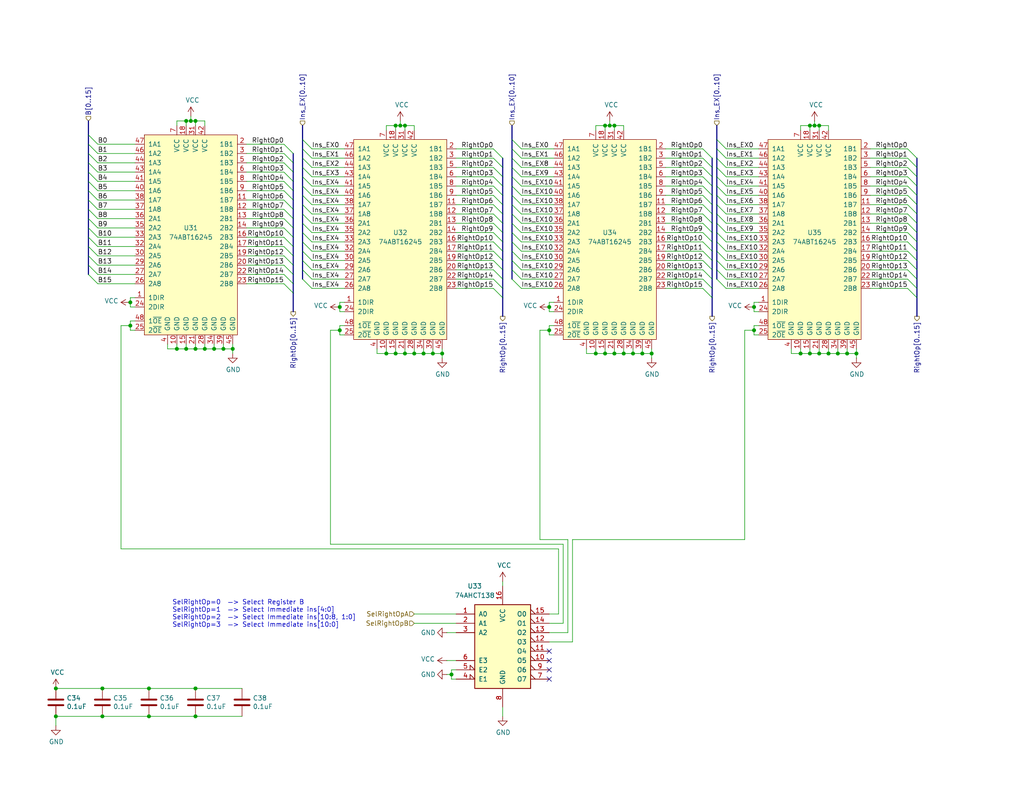
<source format=kicad_sch>
(kicad_sch (version 20250114) (generator "eeschema") (generator_version "9.0")
  (paper "USLetter")
  (title_block (title "Select Right Operand") (date "2025-07-01") (rev "A") (comment 2 "from an immediate value contained in the instruction word.") (comment 3 "The right operand can either take the value from the B port of the register file, or") (comment 4 "Select the right operand to the ALU"))
  (text "SelRightOp=0  —> Select Register B\nSelRightOp=1  —> Select Immediate ins[4:0]\nSelRightOp=2  —> Select Immediate ins[10:8, 1:0]\nSelRightOp=3  —> Select Immediate ins[10:0]" (at 46.99 171.45 0) (effects (font (size 1.27 1.27)) (justify left bottom)))
  (junction (at 231.14 96.52))
  (junction (at 222.25 34.29))
  (junction (at 218.44 96.52))
  (junction (at 109.22 34.29))
  (junction (at 53.34 187.96))
  (junction (at 113.03 96.52))
  (junction (at 58.42 95.25))
  (junction (at 15.24 187.96))
  (junction (at 166.37 34.29))
  (junction (at 226.06 96.52))
  (junction (at 177.8 96.52))
  (junction (at 35.56 82.55))
  (junction (at 15.24 195.58))
  (junction (at 110.49 34.29))
  (junction (at 115.57 96.52))
  (junction (at 220.98 34.29))
  (junction (at 123.19 184.15))
  (junction (at 40.64 187.96))
  (junction (at 60.96 95.25))
  (junction (at 172.72 96.52))
  (junction (at 165.1 34.29))
  (junction (at 53.34 33.02))
  (junction (at 110.49 96.52))
  (junction (at 50.8 33.02))
  (junction (at 120.65 96.52))
  (junction (at 27.94 195.58))
  (junction (at 205.74 83.82))
  (junction (at 27.94 187.96))
  (junction (at 228.6 96.52))
  (junction (at 149.86 90.17))
  (junction (at 167.64 96.52))
  (junction (at 167.64 34.29))
  (junction (at 53.34 195.58))
  (junction (at 162.56 96.52))
  (junction (at 118.11 96.52))
  (junction (at 35.56 88.9))
  (junction (at 63.5 95.25))
  (junction (at 40.64 195.58))
  (junction (at 205.74 90.17))
  (junction (at 165.1 96.52))
  (junction (at 105.41 96.52))
  (junction (at 92.71 83.82))
  (junction (at 48.26 95.25))
  (junction (at 170.18 96.52))
  (junction (at 175.26 96.52))
  (junction (at 52.07 33.02))
  (junction (at 92.71 90.17))
  (junction (at 53.34 95.25))
  (junction (at 107.95 34.29))
  (junction (at 149.86 83.82))
  (junction (at 223.52 96.52))
  (junction (at 233.68 96.52))
  (junction (at 55.88 95.25))
  (junction (at 223.52 34.29))
  (junction (at 220.98 96.52))
  (junction (at 107.95 96.52))
  (junction (at 50.8 95.25))
  (no_connect (at 149.86 177.8))
  (no_connect (at 149.86 185.42))
  (no_connect (at 149.86 180.34))
  (no_connect (at 149.86 182.88))
  (bus_entry (at 24.13 46.99) (size 2.54 2.54))
  (bus_entry (at 198.12 40.64) (size -2.54 -2.54))
  (bus_entry (at 134.62 68.58) (size 2.54 2.54))
  (bus_entry (at 77.47 69.85) (size 2.54 2.54))
  (bus_entry (at 24.13 64.77) (size 2.54 2.54))
  (bus_entry (at 198.12 50.8) (size -2.54 -2.54))
  (bus_entry (at 142.24 76.2) (size -2.54 -2.54))
  (bus_entry (at 24.13 67.31) (size 2.54 2.54))
  (bus_entry (at 85.09 76.2) (size -2.54 -2.54))
  (bus_entry (at 77.47 46.99) (size 2.54 2.54))
  (bus_entry (at 77.47 49.53) (size 2.54 2.54))
  (bus_entry (at 191.77 76.2) (size 2.54 2.54))
  (bus_entry (at 77.47 67.31) (size 2.54 2.54))
  (bus_entry (at 134.62 40.64) (size 2.54 2.54))
  (bus_entry (at 85.09 43.18) (size -2.54 -2.54))
  (bus_entry (at 247.65 43.18) (size 2.54 2.54))
  (bus_entry (at 85.09 63.5) (size -2.54 -2.54))
  (bus_entry (at 85.09 53.34) (size -2.54 -2.54))
  (bus_entry (at 198.12 48.26) (size -2.54 -2.54))
  (bus_entry (at 142.24 55.88) (size -2.54 -2.54))
  (bus_entry (at 198.12 45.72) (size -2.54 -2.54))
  (bus_entry (at 247.65 50.8) (size 2.54 2.54))
  (bus_entry (at 85.09 45.72) (size -2.54 -2.54))
  (bus_entry (at 24.13 52.07) (size 2.54 2.54))
  (bus_entry (at 191.77 73.66) (size 2.54 2.54))
  (bus_entry (at 191.77 63.5) (size 2.54 2.54))
  (bus_entry (at 77.47 41.91) (size 2.54 2.54))
  (bus_entry (at 142.24 68.58) (size -2.54 -2.54))
  (bus_entry (at 247.65 71.12) (size 2.54 2.54))
  (bus_entry (at 191.77 78.74) (size 2.54 2.54))
  (bus_entry (at 85.09 68.58) (size -2.54 -2.54))
  (bus_entry (at 198.12 66.04) (size -2.54 -2.54))
  (bus_entry (at 247.65 48.26) (size 2.54 2.54))
  (bus_entry (at 85.09 78.74) (size -2.54 -2.54))
  (bus_entry (at 191.77 45.72) (size 2.54 2.54))
  (bus_entry (at 24.13 62.23) (size 2.54 2.54))
  (bus_entry (at 142.24 50.8) (size -2.54 -2.54))
  (bus_entry (at 247.65 68.58) (size 2.54 2.54))
  (bus_entry (at 77.47 62.23) (size 2.54 2.54))
  (bus_entry (at 198.12 43.18) (size -2.54 -2.54))
  (bus_entry (at 191.77 48.26) (size 2.54 2.54))
  (bus_entry (at 247.65 58.42) (size 2.54 2.54))
  (bus_entry (at 77.47 64.77) (size 2.54 2.54))
  (bus_entry (at 142.24 78.74) (size -2.54 -2.54))
  (bus_entry (at 191.77 50.8) (size 2.54 2.54))
  (bus_entry (at 191.77 68.58) (size 2.54 2.54))
  (bus_entry (at 77.47 59.69) (size 2.54 2.54))
  (bus_entry (at 247.65 55.88) (size 2.54 2.54))
  (bus_entry (at 247.65 40.64) (size 2.54 2.54))
  (bus_entry (at 134.62 66.04) (size 2.54 2.54))
  (bus_entry (at 191.77 55.88) (size 2.54 2.54))
  (bus_entry (at 24.13 49.53) (size 2.54 2.54))
  (bus_entry (at 191.77 53.34) (size 2.54 2.54))
  (bus_entry (at 134.62 76.2) (size 2.54 2.54))
  (bus_entry (at 77.47 57.15) (size 2.54 2.54))
  (bus_entry (at 198.12 78.74) (size -2.54 -2.54))
  (bus_entry (at 24.13 36.83) (size 2.54 2.54))
  (bus_entry (at 24.13 39.37) (size 2.54 2.54))
  (bus_entry (at 142.24 40.64) (size -2.54 -2.54))
  (bus_entry (at 85.09 71.12) (size -2.54 -2.54))
  (bus_entry (at 134.62 58.42) (size 2.54 2.54))
  (bus_entry (at 134.62 63.5) (size 2.54 2.54))
  (bus_entry (at 134.62 78.74) (size 2.54 2.54))
  (bus_entry (at 198.12 53.34) (size -2.54 -2.54))
  (bus_entry (at 77.47 39.37) (size 2.54 2.54))
  (bus_entry (at 134.62 55.88) (size 2.54 2.54))
  (bus_entry (at 134.62 73.66) (size 2.54 2.54))
  (bus_entry (at 134.62 60.96) (size 2.54 2.54))
  (bus_entry (at 24.13 69.85) (size 2.54 2.54))
  (bus_entry (at 142.24 63.5) (size -2.54 -2.54))
  (bus_entry (at 198.12 55.88) (size -2.54 -2.54))
  (bus_entry (at 142.24 71.12) (size -2.54 -2.54))
  (bus_entry (at 191.77 60.96) (size 2.54 2.54))
  (bus_entry (at 77.47 74.93) (size 2.54 2.54))
  (bus_entry (at 85.09 55.88) (size -2.54 -2.54))
  (bus_entry (at 134.62 50.8) (size 2.54 2.54))
  (bus_entry (at 134.62 45.72) (size 2.54 2.54))
  (bus_entry (at 85.09 73.66) (size -2.54 -2.54))
  (bus_entry (at 134.62 53.34) (size 2.54 2.54))
  (bus_entry (at 198.12 58.42) (size -2.54 -2.54))
  (bus_entry (at 85.09 66.04) (size -2.54 -2.54))
  (bus_entry (at 198.12 63.5) (size -2.54 -2.54))
  (bus_entry (at 24.13 41.91) (size 2.54 2.54))
  (bus_entry (at 247.65 66.04) (size 2.54 2.54))
  (bus_entry (at 85.09 50.8) (size -2.54 -2.54))
  (bus_entry (at 198.12 60.96) (size -2.54 -2.54))
  (bus_entry (at 142.24 60.96) (size -2.54 -2.54))
  (bus_entry (at 198.12 71.12) (size -2.54 -2.54))
  (bus_entry (at 142.24 45.72) (size -2.54 -2.54))
  (bus_entry (at 85.09 48.26) (size -2.54 -2.54))
  (bus_entry (at 142.24 53.34) (size -2.54 -2.54))
  (bus_entry (at 247.65 60.96) (size 2.54 2.54))
  (bus_entry (at 191.77 58.42) (size 2.54 2.54))
  (bus_entry (at 85.09 58.42) (size -2.54 -2.54))
  (bus_entry (at 191.77 71.12) (size 2.54 2.54))
  (bus_entry (at 85.09 40.64) (size -2.54 -2.54))
  (bus_entry (at 198.12 68.58) (size -2.54 -2.54))
  (bus_entry (at 24.13 72.39) (size 2.54 2.54))
  (bus_entry (at 77.47 52.07) (size 2.54 2.54))
  (bus_entry (at 142.24 48.26) (size -2.54 -2.54))
  (bus_entry (at 191.77 43.18) (size 2.54 2.54))
  (bus_entry (at 77.47 44.45) (size 2.54 2.54))
  (bus_entry (at 24.13 44.45) (size 2.54 2.54))
  (bus_entry (at 191.77 40.64) (size 2.54 2.54))
  (bus_entry (at 85.09 60.96) (size -2.54 -2.54))
  (bus_entry (at 142.24 43.18) (size -2.54 -2.54))
  (bus_entry (at 134.62 71.12) (size 2.54 2.54))
  (bus_entry (at 247.65 63.5) (size 2.54 2.54))
  (bus_entry (at 134.62 43.18) (size 2.54 2.54))
  (bus_entry (at 77.47 54.61) (size 2.54 2.54))
  (bus_entry (at 247.65 73.66) (size 2.54 2.54))
  (bus_entry (at 77.47 77.47) (size 2.54 2.54))
  (bus_entry (at 198.12 73.66) (size -2.54 -2.54))
  (bus_entry (at 247.65 78.74) (size 2.54 2.54))
  (bus_entry (at 142.24 58.42) (size -2.54 -2.54))
  (bus_entry (at 142.24 66.04) (size -2.54 -2.54))
  (bus_entry (at 198.12 76.2) (size -2.54 -2.54))
  (bus_entry (at 142.24 73.66) (size -2.54 -2.54))
  (bus_entry (at 24.13 59.69) (size 2.54 2.54))
  (bus_entry (at 77.47 72.39) (size 2.54 2.54))
  (bus_entry (at 247.65 76.2) (size 2.54 2.54))
  (bus_entry (at 191.77 66.04) (size 2.54 2.54))
  (bus_entry (at 24.13 57.15) (size 2.54 2.54))
  (bus_entry (at 247.65 53.34) (size 2.54 2.54))
  (bus_entry (at 24.13 74.93) (size 2.54 2.54))
  (bus_entry (at 24.13 54.61) (size 2.54 2.54))
  (bus_entry (at 134.62 48.26) (size 2.54 2.54))
  (bus_entry (at 247.65 45.72) (size 2.54 2.54))
  (wire (pts (xy 40.64 195.58) (xy 27.94 195.58)))
  (bus (pts (xy 194.31 76.2) (xy 194.31 78.74)))
  (wire (pts (xy 85.09 68.58) (xy 93.98 68.58)))
  (wire (pts (xy 115.57 96.52) (xy 115.57 95.25)))
  (wire (pts (xy 35.56 81.28) (xy 35.56 82.55)))
  (bus (pts (xy 139.7 53.34) (xy 139.7 55.88)))
  (bus (pts (xy 139.7 63.5) (xy 139.7 66.04)))
  (wire (pts (xy 203.2 90.17) (xy 203.2 147.32)))
  (wire (pts (xy 162.56 96.52) (xy 165.1 96.52)))
  (bus (pts (xy 24.13 64.77) (xy 24.13 67.31)))
  (wire (pts (xy 142.24 73.66) (xy 151.13 73.66)))
  (wire (pts (xy 121.92 172.72) (xy 124.46 172.72)))
  (bus (pts (xy 139.7 34.29) (xy 139.7 38.1)))
  (bus (pts (xy 195.58 40.64) (xy 195.58 43.18)))
  (wire (pts (xy 142.24 50.8) (xy 151.13 50.8)))
  (wire (pts (xy 218.44 96.52) (xy 220.98 96.52)))
  (wire (pts (xy 77.47 62.23) (xy 67.31 62.23)))
  (wire (pts (xy 118.11 96.52) (xy 120.65 96.52)))
  (wire (pts (xy 215.9 95.25) (xy 215.9 96.52)))
  (wire (pts (xy 26.67 41.91) (xy 36.83 41.91)))
  (bus (pts (xy 250.19 78.74) (xy 250.19 81.28)))
  (wire (pts (xy 105.41 34.29) (xy 107.95 34.29)))
  (bus (pts (xy 80.01 52.07) (xy 80.01 54.61)))
  (wire (pts (xy 166.37 33.02) (xy 166.37 34.29)))
  (wire (pts (xy 110.49 34.29) (xy 113.03 34.29)))
  (wire (pts (xy 77.47 44.45) (xy 67.31 44.45)))
  (wire (pts (xy 191.77 71.12) (xy 181.61 71.12)))
  (bus (pts (xy 195.58 73.66) (xy 195.58 76.2)))
  (wire (pts (xy 60.96 95.25) (xy 63.5 95.25)))
  (bus (pts (xy 24.13 69.85) (xy 24.13 72.39)))
  (bus (pts (xy 82.55 55.88) (xy 82.55 58.42)))
  (wire (pts (xy 137.16 158.75) (xy 137.16 160.02)))
  (wire (pts (xy 191.77 58.42) (xy 181.61 58.42)))
  (wire (pts (xy 26.67 54.61) (xy 36.83 54.61)))
  (wire (pts (xy 55.88 95.25) (xy 53.34 95.25)))
  (wire (pts (xy 26.67 49.53) (xy 36.83 49.53)))
  (wire (pts (xy 207.01 82.55) (xy 205.74 82.55)))
  (wire (pts (xy 149.86 85.09) (xy 151.13 85.09)))
  (wire (pts (xy 170.18 96.52) (xy 170.18 95.25)))
  (bus (pts (xy 139.7 40.64) (xy 139.7 43.18)))
  (wire (pts (xy 156.21 147.32) (xy 203.2 147.32)))
  (wire (pts (xy 191.77 66.04) (xy 181.61 66.04)))
  (wire (pts (xy 26.67 39.37) (xy 36.83 39.37)))
  (bus (pts (xy 24.13 57.15) (xy 24.13 59.69)))
  (wire (pts (xy 121.92 184.15) (xy 123.19 184.15)))
  (wire (pts (xy 109.22 33.02) (xy 109.22 34.29)))
  (wire (pts (xy 105.41 35.56) (xy 105.41 34.29)))
  (bus (pts (xy 194.31 48.26) (xy 194.31 50.8)))
  (wire (pts (xy 134.62 71.12) (xy 124.46 71.12)))
  (wire (pts (xy 167.64 96.52) (xy 167.64 95.25)))
  (bus (pts (xy 82.55 53.34) (xy 82.55 55.88)))
  (wire (pts (xy 123.19 184.15) (xy 123.19 185.42)))
  (wire (pts (xy 247.65 76.2) (xy 237.49 76.2)))
  (bus (pts (xy 137.16 68.58) (xy 137.16 71.12)))
  (wire (pts (xy 35.56 83.82) (xy 36.83 83.82)))
  (bus (pts (xy 24.13 52.07) (xy 24.13 54.61)))
  (wire (pts (xy 153.67 148.59) (xy 153.67 170.18)))
  (wire (pts (xy 27.94 195.58) (xy 15.24 195.58)))
  (wire (pts (xy 191.77 60.96) (xy 181.61 60.96)))
  (wire (pts (xy 33.02 149.86) (xy 152.4 149.86)))
  (wire (pts (xy 66.04 195.58) (xy 53.34 195.58)))
  (bus (pts (xy 82.55 66.04) (xy 82.55 68.58)))
  (wire (pts (xy 191.77 53.34) (xy 181.61 53.34)))
  (wire (pts (xy 26.67 69.85) (xy 36.83 69.85)))
  (wire (pts (xy 191.77 76.2) (xy 181.61 76.2)))
  (wire (pts (xy 134.62 60.96) (xy 124.46 60.96)))
  (bus (pts (xy 137.16 48.26) (xy 137.16 50.8)))
  (wire (pts (xy 198.12 73.66) (xy 207.01 73.66)))
  (wire (pts (xy 198.12 63.5) (xy 207.01 63.5)))
  (wire (pts (xy 53.34 95.25) (xy 53.34 93.98)))
  (wire (pts (xy 226.06 96.52) (xy 226.06 95.25)))
  (wire (pts (xy 134.62 40.64) (xy 124.46 40.64)))
  (wire (pts (xy 175.26 96.52) (xy 175.26 95.25)))
  (bus (pts (xy 195.58 66.04) (xy 195.58 68.58)))
  (wire (pts (xy 198.12 50.8) (xy 207.01 50.8)))
  (wire (pts (xy 191.77 63.5) (xy 181.61 63.5)))
  (bus (pts (xy 195.58 53.34) (xy 195.58 55.88)))
  (wire (pts (xy 36.83 87.63) (xy 35.56 87.63)))
  (bus (pts (xy 137.16 76.2) (xy 137.16 78.74)))
  (wire (pts (xy 77.47 49.53) (xy 67.31 49.53)))
  (bus (pts (xy 195.58 71.12) (xy 195.58 73.66)))
  (wire (pts (xy 63.5 95.25) (xy 63.5 93.98)))
  (bus (pts (xy 80.01 54.61) (xy 80.01 57.15)))
  (bus (pts (xy 24.13 49.53) (xy 24.13 52.07)))
  (wire (pts (xy 162.56 95.25) (xy 162.56 96.52)))
  (wire (pts (xy 165.1 95.25) (xy 165.1 96.52)))
  (wire (pts (xy 134.62 43.18) (xy 124.46 43.18)))
  (wire (pts (xy 53.34 187.96) (xy 66.04 187.96)))
  (wire (pts (xy 247.65 45.72) (xy 237.49 45.72)))
  (wire (pts (xy 142.24 43.18) (xy 151.13 43.18)))
  (wire (pts (xy 85.09 71.12) (xy 93.98 71.12)))
  (bus (pts (xy 24.13 54.61) (xy 24.13 57.15)))
  (wire (pts (xy 107.95 95.25) (xy 107.95 96.52)))
  (bus (pts (xy 137.16 53.34) (xy 137.16 55.88)))
  (bus (pts (xy 195.58 68.58) (xy 195.58 71.12)))
  (wire (pts (xy 15.24 198.12) (xy 15.24 195.58)))
  (wire (pts (xy 53.34 195.58) (xy 40.64 195.58)))
  (wire (pts (xy 134.62 76.2) (xy 124.46 76.2)))
  (wire (pts (xy 220.98 34.29) (xy 222.25 34.29)))
  (wire (pts (xy 50.8 93.98) (xy 50.8 95.25)))
  (wire (pts (xy 198.12 76.2) (xy 207.01 76.2)))
  (wire (pts (xy 113.03 167.64) (xy 124.46 167.64)))
  (bus (pts (xy 250.19 50.8) (xy 250.19 53.34)))
  (bus (pts (xy 82.55 38.1) (xy 82.55 40.64)))
  (bus (pts (xy 80.01 74.93) (xy 80.01 77.47)))
  (wire (pts (xy 247.65 60.96) (xy 237.49 60.96)))
  (wire (pts (xy 77.47 67.31) (xy 67.31 67.31)))
  (bus (pts (xy 194.31 63.5) (xy 194.31 66.04)))
  (bus (pts (xy 82.55 40.64) (xy 82.55 43.18)))
  (wire (pts (xy 177.8 97.79) (xy 177.8 96.52)))
  (wire (pts (xy 107.95 35.56) (xy 107.95 34.29)))
  (wire (pts (xy 198.12 55.88) (xy 207.01 55.88)))
  (wire (pts (xy 90.17 148.59) (xy 153.67 148.59)))
  (wire (pts (xy 26.67 59.69) (xy 36.83 59.69)))
  (wire (pts (xy 149.86 88.9) (xy 149.86 90.17)))
  (wire (pts (xy 191.77 55.88) (xy 181.61 55.88)))
  (wire (pts (xy 77.47 77.47) (xy 67.31 77.47)))
  (wire (pts (xy 90.17 90.17) (xy 90.17 148.59)))
  (wire (pts (xy 142.24 60.96) (xy 151.13 60.96)))
  (bus (pts (xy 82.55 73.66) (xy 82.55 76.2)))
  (wire (pts (xy 198.12 40.64) (xy 207.01 40.64)))
  (bus (pts (xy 82.55 45.72) (xy 82.55 48.26)))
  (wire (pts (xy 110.49 35.56) (xy 110.49 34.29)))
  (bus (pts (xy 80.01 62.23) (xy 80.01 64.77)))
  (wire (pts (xy 218.44 34.29) (xy 220.98 34.29)))
  (wire (pts (xy 165.1 35.56) (xy 165.1 34.29)))
  (wire (pts (xy 198.12 53.34) (xy 207.01 53.34)))
  (wire (pts (xy 121.92 180.34) (xy 124.46 180.34)))
  (wire (pts (xy 142.24 40.64) (xy 151.13 40.64)))
  (wire (pts (xy 247.65 55.88) (xy 237.49 55.88)))
  (bus (pts (xy 195.58 63.5) (xy 195.58 66.04)))
  (wire (pts (xy 134.62 73.66) (xy 124.46 73.66)))
  (wire (pts (xy 92.71 83.82) (xy 92.71 85.09)))
  (bus (pts (xy 139.7 45.72) (xy 139.7 48.26)))
  (bus (pts (xy 24.13 36.83) (xy 24.13 39.37)))
  (bus (pts (xy 137.16 78.74) (xy 137.16 81.28)))
  (wire (pts (xy 77.47 41.91) (xy 67.31 41.91)))
  (wire (pts (xy 191.77 50.8) (xy 181.61 50.8)))
  (wire (pts (xy 226.06 96.52) (xy 223.52 96.52)))
  (wire (pts (xy 85.09 58.42) (xy 93.98 58.42)))
  (bus (pts (xy 195.58 50.8) (xy 195.58 53.34)))
  (wire (pts (xy 92.71 88.9) (xy 92.71 90.17)))
  (bus (pts (xy 139.7 71.12) (xy 139.7 73.66)))
  (bus (pts (xy 194.31 43.18) (xy 194.31 45.72)))
  (wire (pts (xy 77.47 59.69) (xy 67.31 59.69)))
  (wire (pts (xy 149.86 172.72) (xy 154.94 172.72)))
  (bus (pts (xy 82.55 71.12) (xy 82.55 73.66)))
  (wire (pts (xy 198.12 68.58) (xy 207.01 68.58)))
  (wire (pts (xy 113.03 34.29) (xy 113.03 35.56)))
  (wire (pts (xy 15.24 187.96) (xy 27.94 187.96)))
  (wire (pts (xy 105.41 95.25) (xy 105.41 96.52)))
  (wire (pts (xy 154.94 147.32) (xy 154.94 172.72)))
  (wire (pts (xy 247.65 66.04) (xy 237.49 66.04)))
  (wire (pts (xy 134.62 78.74) (xy 124.46 78.74)))
  (wire (pts (xy 220.98 35.56) (xy 220.98 34.29)))
  (wire (pts (xy 110.49 96.52) (xy 110.49 95.25)))
  (wire (pts (xy 149.86 91.44) (xy 151.13 91.44)))
  (wire (pts (xy 137.16 193.04) (xy 137.16 195.58)))
  (wire (pts (xy 92.71 82.55) (xy 92.71 83.82)))
  (wire (pts (xy 107.95 34.29) (xy 109.22 34.29)))
  (bus (pts (xy 137.16 43.18) (xy 137.16 45.72)))
  (wire (pts (xy 198.12 43.18) (xy 207.01 43.18)))
  (wire (pts (xy 113.03 96.52) (xy 113.03 95.25)))
  (wire (pts (xy 26.67 57.15) (xy 36.83 57.15)))
  (bus (pts (xy 194.31 58.42) (xy 194.31 60.96)))
  (wire (pts (xy 113.03 96.52) (xy 110.49 96.52)))
  (wire (pts (xy 207.01 88.9) (xy 205.74 88.9)))
  (wire (pts (xy 123.19 185.42) (xy 124.46 185.42)))
  (wire (pts (xy 26.67 46.99) (xy 36.83 46.99)))
  (wire (pts (xy 134.62 48.26) (xy 124.46 48.26)))
  (bus (pts (xy 139.7 73.66) (xy 139.7 76.2)))
  (bus (pts (xy 250.19 48.26) (xy 250.19 50.8)))
  (wire (pts (xy 85.09 43.18) (xy 93.98 43.18)))
  (wire (pts (xy 118.11 96.52) (xy 118.11 95.25)))
  (wire (pts (xy 55.88 95.25) (xy 55.88 93.98)))
  (wire (pts (xy 26.67 77.47) (xy 36.83 77.47)))
  (wire (pts (xy 50.8 95.25) (xy 53.34 95.25)))
  (bus (pts (xy 194.31 66.04) (xy 194.31 68.58)))
  (wire (pts (xy 63.5 96.52) (xy 63.5 95.25)))
  (wire (pts (xy 85.09 76.2) (xy 93.98 76.2)))
  (bus (pts (xy 194.31 55.88) (xy 194.31 58.42)))
  (wire (pts (xy 52.07 31.75) (xy 52.07 33.02)))
  (wire (pts (xy 77.47 54.61) (xy 67.31 54.61)))
  (wire (pts (xy 233.68 97.79) (xy 233.68 96.52)))
  (wire (pts (xy 26.67 72.39) (xy 36.83 72.39)))
  (wire (pts (xy 165.1 34.29) (xy 166.37 34.29)))
  (bus (pts (xy 194.31 50.8) (xy 194.31 53.34)))
  (wire (pts (xy 247.65 40.64) (xy 237.49 40.64)))
  (wire (pts (xy 115.57 96.52) (xy 113.03 96.52)))
  (wire (pts (xy 222.25 33.02) (xy 222.25 34.29)))
  (wire (pts (xy 48.26 34.29) (xy 48.26 33.02)))
  (wire (pts (xy 35.56 90.17) (xy 36.83 90.17)))
  (wire (pts (xy 142.24 53.34) (xy 151.13 53.34)))
  (bus (pts (xy 24.13 39.37) (xy 24.13 41.91)))
  (bus (pts (xy 195.58 43.18) (xy 195.58 45.72)))
  (wire (pts (xy 102.87 95.25) (xy 102.87 96.52)))
  (wire (pts (xy 247.65 43.18) (xy 237.49 43.18)))
  (wire (pts (xy 26.67 64.77) (xy 36.83 64.77)))
  (wire (pts (xy 26.67 52.07) (xy 36.83 52.07)))
  (wire (pts (xy 160.02 95.25) (xy 160.02 96.52)))
  (wire (pts (xy 228.6 96.52) (xy 231.14 96.52)))
  (bus (pts (xy 82.55 48.26) (xy 82.55 50.8)))
  (wire (pts (xy 172.72 96.52) (xy 175.26 96.52)))
  (wire (pts (xy 149.86 83.82) (xy 149.86 85.09)))
  (wire (pts (xy 223.52 35.56) (xy 223.52 34.29)))
  (wire (pts (xy 198.12 66.04) (xy 207.01 66.04)))
  (wire (pts (xy 134.62 68.58) (xy 124.46 68.58)))
  (wire (pts (xy 149.86 175.26) (xy 156.21 175.26)))
  (wire (pts (xy 162.56 35.56) (xy 162.56 34.29)))
  (wire (pts (xy 26.67 67.31) (xy 36.83 67.31)))
  (wire (pts (xy 50.8 34.29) (xy 50.8 33.02)))
  (wire (pts (xy 247.65 68.58) (xy 237.49 68.58)))
  (bus (pts (xy 80.01 49.53) (xy 80.01 52.07)))
  (wire (pts (xy 35.56 88.9) (xy 35.56 90.17)))
  (wire (pts (xy 149.86 82.55) (xy 149.86 83.82)))
  (wire (pts (xy 247.65 53.34) (xy 237.49 53.34)))
  (bus (pts (xy 80.01 72.39) (xy 80.01 74.93)))
  (bus (pts (xy 139.7 58.42) (xy 139.7 60.96)))
  (wire (pts (xy 215.9 96.52) (xy 218.44 96.52)))
  (bus (pts (xy 24.13 59.69) (xy 24.13 62.23)))
  (bus (pts (xy 137.16 63.5) (xy 137.16 66.04)))
  (wire (pts (xy 205.74 90.17) (xy 203.2 90.17)))
  (bus (pts (xy 137.16 66.04) (xy 137.16 68.58)))
  (wire (pts (xy 162.56 34.29) (xy 165.1 34.29)))
  (wire (pts (xy 198.12 60.96) (xy 207.01 60.96)))
  (bus (pts (xy 24.13 72.39) (xy 24.13 74.93)))
  (bus (pts (xy 139.7 55.88) (xy 139.7 58.42)))
  (bus (pts (xy 250.19 43.18) (xy 250.19 45.72)))
  (wire (pts (xy 55.88 33.02) (xy 55.88 34.29)))
  (wire (pts (xy 58.42 95.25) (xy 58.42 93.98)))
  (wire (pts (xy 223.52 34.29) (xy 226.06 34.29)))
  (wire (pts (xy 170.18 34.29) (xy 170.18 35.56)))
  (wire (pts (xy 198.12 45.72) (xy 207.01 45.72)))
  (wire (pts (xy 175.26 96.52) (xy 177.8 96.52)))
  (wire (pts (xy 205.74 85.09) (xy 207.01 85.09)))
  (wire (pts (xy 85.09 45.72) (xy 93.98 45.72)))
  (bus (pts (xy 24.13 44.45) (xy 24.13 46.99)))
  (wire (pts (xy 151.13 82.55) (xy 149.86 82.55)))
  (wire (pts (xy 102.87 96.52) (xy 105.41 96.52)))
  (wire (pts (xy 60.96 95.25) (xy 60.96 93.98)))
  (bus (pts (xy 137.16 71.12) (xy 137.16 73.66)))
  (wire (pts (xy 228.6 96.52) (xy 228.6 95.25)))
  (bus (pts (xy 139.7 38.1) (xy 139.7 40.64)))
  (wire (pts (xy 142.24 63.5) (xy 151.13 63.5)))
  (wire (pts (xy 134.62 50.8) (xy 124.46 50.8)))
  (wire (pts (xy 109.22 34.29) (xy 110.49 34.29)))
  (bus (pts (xy 195.58 55.88) (xy 195.58 58.42)))
  (bus (pts (xy 194.31 60.96) (xy 194.31 63.5)))
  (wire (pts (xy 26.67 62.23) (xy 36.83 62.23)))
  (wire (pts (xy 35.56 88.9) (xy 33.02 88.9)))
  (wire (pts (xy 191.77 43.18) (xy 181.61 43.18)))
  (bus (pts (xy 194.31 45.72) (xy 194.31 48.26)))
  (wire (pts (xy 85.09 48.26) (xy 93.98 48.26)))
  (wire (pts (xy 153.67 170.18) (xy 149.86 170.18)))
  (bus (pts (xy 137.16 58.42) (xy 137.16 60.96)))
  (wire (pts (xy 191.77 73.66) (xy 181.61 73.66)))
  (bus (pts (xy 194.31 71.12) (xy 194.31 73.66)))
  (wire (pts (xy 233.68 96.52) (xy 233.68 95.25)))
  (wire (pts (xy 77.47 52.07) (xy 67.31 52.07)))
  (bus (pts (xy 250.19 45.72) (xy 250.19 48.26)))
  (bus (pts (xy 82.55 50.8) (xy 82.55 53.34)))
  (wire (pts (xy 218.44 95.25) (xy 218.44 96.52)))
  (wire (pts (xy 115.57 96.52) (xy 118.11 96.52)))
  (wire (pts (xy 85.09 55.88) (xy 93.98 55.88)))
  (bus (pts (xy 80.01 69.85) (xy 80.01 72.39)))
  (bus (pts (xy 250.19 55.88) (xy 250.19 58.42)))
  (wire (pts (xy 198.12 58.42) (xy 207.01 58.42)))
  (bus (pts (xy 195.58 34.29) (xy 195.58 38.1)))
  (wire (pts (xy 222.25 34.29) (xy 223.52 34.29)))
  (wire (pts (xy 85.09 50.8) (xy 93.98 50.8)))
  (wire (pts (xy 124.46 182.88) (xy 123.19 182.88)))
  (wire (pts (xy 85.09 73.66) (xy 93.98 73.66)))
  (wire (pts (xy 85.09 66.04) (xy 93.98 66.04)))
  (wire (pts (xy 205.74 91.44) (xy 207.01 91.44)))
  (wire (pts (xy 142.24 58.42) (xy 151.13 58.42)))
  (wire (pts (xy 165.1 96.52) (xy 167.64 96.52)))
  (wire (pts (xy 247.65 58.42) (xy 237.49 58.42)))
  (wire (pts (xy 205.74 90.17) (xy 205.74 91.44)))
  (wire (pts (xy 156.21 147.32) (xy 156.21 175.26)))
  (bus (pts (xy 137.16 45.72) (xy 137.16 48.26)))
  (wire (pts (xy 45.72 93.98) (xy 45.72 95.25)))
  (wire (pts (xy 231.14 96.52) (xy 233.68 96.52)))
  (wire (pts (xy 77.47 39.37) (xy 67.31 39.37)))
  (wire (pts (xy 92.71 90.17) (xy 90.17 90.17)))
  (wire (pts (xy 36.83 81.28) (xy 35.56 81.28)))
  (wire (pts (xy 142.24 48.26) (xy 151.13 48.26)))
  (wire (pts (xy 167.64 34.29) (xy 170.18 34.29)))
  (wire (pts (xy 77.47 57.15) (xy 67.31 57.15)))
  (bus (pts (xy 24.13 46.99) (xy 24.13 49.53)))
  (bus (pts (xy 250.19 66.04) (xy 250.19 68.58)))
  (bus (pts (xy 137.16 73.66) (xy 137.16 76.2)))
  (wire (pts (xy 151.13 88.9) (xy 149.86 88.9)))
  (bus (pts (xy 194.31 53.34) (xy 194.31 55.88)))
  (bus (pts (xy 82.55 60.96) (xy 82.55 63.5)))
  (bus (pts (xy 195.58 48.26) (xy 195.58 50.8)))
  (bus (pts (xy 139.7 43.18) (xy 139.7 45.72)))
  (wire (pts (xy 198.12 78.74) (xy 207.01 78.74)))
  (wire (pts (xy 142.24 78.74) (xy 151.13 78.74)))
  (bus (pts (xy 194.31 73.66) (xy 194.31 76.2)))
  (bus (pts (xy 82.55 68.58) (xy 82.55 71.12)))
  (wire (pts (xy 228.6 96.52) (xy 226.06 96.52)))
  (wire (pts (xy 142.24 68.58) (xy 151.13 68.58)))
  (bus (pts (xy 250.19 53.34) (xy 250.19 55.88)))
  (wire (pts (xy 223.52 96.52) (xy 223.52 95.25)))
  (wire (pts (xy 226.06 34.29) (xy 226.06 35.56)))
  (wire (pts (xy 105.41 96.52) (xy 107.95 96.52)))
  (wire (pts (xy 92.71 85.09) (xy 93.98 85.09)))
  (bus (pts (xy 82.55 63.5) (xy 82.55 66.04)))
  (bus (pts (xy 194.31 81.28) (xy 194.31 86.36)))
  (bus (pts (xy 80.01 64.77) (xy 80.01 67.31)))
  (bus (pts (xy 250.19 63.5) (xy 250.19 66.04)))
  (bus (pts (xy 137.16 55.88) (xy 137.16 58.42)))
  (wire (pts (xy 247.65 63.5) (xy 237.49 63.5)))
  (wire (pts (xy 170.18 96.52) (xy 167.64 96.52)))
  (wire (pts (xy 77.47 74.93) (xy 67.31 74.93)))
  (wire (pts (xy 220.98 96.52) (xy 223.52 96.52)))
  (bus (pts (xy 139.7 48.26) (xy 139.7 50.8)))
  (bus (pts (xy 24.13 62.23) (xy 24.13 64.77)))
  (bus (pts (xy 82.55 34.29) (xy 82.55 38.1)))
  (bus (pts (xy 194.31 68.58) (xy 194.31 71.12)))
  (wire (pts (xy 198.12 48.26) (xy 207.01 48.26)))
  (wire (pts (xy 120.65 96.52) (xy 120.65 95.25)))
  (wire (pts (xy 205.74 83.82) (xy 205.74 85.09)))
  (bus (pts (xy 250.19 71.12) (xy 250.19 73.66)))
  (wire (pts (xy 113.03 170.18) (xy 124.46 170.18)))
  (wire (pts (xy 134.62 45.72) (xy 124.46 45.72)))
  (wire (pts (xy 50.8 33.02) (xy 52.07 33.02)))
  (wire (pts (xy 93.98 82.55) (xy 92.71 82.55)))
  (wire (pts (xy 48.26 95.25) (xy 50.8 95.25)))
  (bus (pts (xy 80.01 59.69) (xy 80.01 62.23)))
  (wire (pts (xy 191.77 78.74) (xy 181.61 78.74)))
  (wire (pts (xy 123.19 182.88) (xy 123.19 184.15)))
  (bus (pts (xy 24.13 33.02) (xy 24.13 36.83)))
  (wire (pts (xy 77.47 69.85) (xy 67.31 69.85)))
  (bus (pts (xy 250.19 68.58) (xy 250.19 71.12)))
  (wire (pts (xy 142.24 71.12) (xy 151.13 71.12)))
  (wire (pts (xy 85.09 53.34) (xy 93.98 53.34)))
  (wire (pts (xy 26.67 74.93) (xy 36.83 74.93)))
  (wire (pts (xy 160.02 96.52) (xy 162.56 96.52)))
  (wire (pts (xy 27.94 187.96) (xy 40.64 187.96)))
  (bus (pts (xy 139.7 60.96) (xy 139.7 63.5)))
  (bus (pts (xy 250.19 76.2) (xy 250.19 78.74)))
  (bus (pts (xy 82.55 43.18) (xy 82.55 45.72)))
  (wire (pts (xy 218.44 35.56) (xy 218.44 34.29)))
  (bus (pts (xy 250.19 73.66) (xy 250.19 76.2)))
  (bus (pts (xy 139.7 50.8) (xy 139.7 53.34)))
  (wire (pts (xy 147.32 90.17) (xy 147.32 147.32)))
  (bus (pts (xy 139.7 68.58) (xy 139.7 71.12)))
  (wire (pts (xy 191.77 40.64) (xy 181.61 40.64)))
  (wire (pts (xy 134.62 58.42) (xy 124.46 58.42)))
  (wire (pts (xy 45.72 95.25) (xy 48.26 95.25)))
  (bus (pts (xy 80.01 80.01) (xy 80.01 85.09)))
  (wire (pts (xy 191.77 45.72) (xy 181.61 45.72)))
  (wire (pts (xy 134.62 66.04) (xy 124.46 66.04)))
  (bus (pts (xy 80.01 44.45) (xy 80.01 46.99)))
  (wire (pts (xy 177.8 96.52) (xy 177.8 95.25)))
  (wire (pts (xy 40.64 187.96) (xy 53.34 187.96)))
  (bus (pts (xy 195.58 60.96) (xy 195.58 63.5)))
  (wire (pts (xy 48.26 33.02) (xy 50.8 33.02)))
  (bus (pts (xy 139.7 66.04) (xy 139.7 68.58)))
  (wire (pts (xy 134.62 63.5) (xy 124.46 63.5)))
  (wire (pts (xy 92.71 90.17) (xy 92.71 91.44)))
  (bus (pts (xy 137.16 50.8) (xy 137.16 53.34)))
  (wire (pts (xy 134.62 53.34) (xy 124.46 53.34)))
  (bus (pts (xy 250.19 81.28) (xy 250.19 86.36)))
  (wire (pts (xy 77.47 46.99) (xy 67.31 46.99)))
  (wire (pts (xy 247.65 73.66) (xy 237.49 73.66)))
  (wire (pts (xy 85.09 63.5) (xy 93.98 63.5)))
  (wire (pts (xy 205.74 82.55) (xy 205.74 83.82)))
  (bus (pts (xy 82.55 58.42) (xy 82.55 60.96)))
  (wire (pts (xy 152.4 149.86) (xy 152.4 167.64)))
  (bus (pts (xy 24.13 67.31) (xy 24.13 69.85)))
  (bus (pts (xy 194.31 78.74) (xy 194.31 81.28)))
  (bus (pts (xy 250.19 58.42) (xy 250.19 60.96)))
  (bus (pts (xy 24.13 41.91) (xy 24.13 44.45)))
  (wire (pts (xy 85.09 40.64) (xy 93.98 40.64)))
  (wire (pts (xy 172.72 96.52) (xy 170.18 96.52)))
  (wire (pts (xy 142.24 66.04) (xy 151.13 66.04)))
  (wire (pts (xy 147.32 147.32) (xy 154.94 147.32)))
  (wire (pts (xy 198.12 71.12) (xy 207.01 71.12)))
  (wire (pts (xy 53.34 33.02) (xy 55.88 33.02)))
  (wire (pts (xy 247.65 50.8) (xy 237.49 50.8)))
  (wire (pts (xy 77.47 72.39) (xy 67.31 72.39)))
  (wire (pts (xy 142.24 45.72) (xy 151.13 45.72)))
  (wire (pts (xy 120.65 97.79) (xy 120.65 96.52)))
  (wire (pts (xy 85.09 78.74) (xy 93.98 78.74)))
  (wire (pts (xy 247.65 78.74) (xy 237.49 78.74)))
  (wire (pts (xy 107.95 96.52) (xy 110.49 96.52)))
  (bus (pts (xy 80.01 41.91) (xy 80.01 44.45)))
  (bus (pts (xy 80.01 46.99) (xy 80.01 49.53)))
  (wire (pts (xy 247.65 48.26) (xy 237.49 48.26)))
  (wire (pts (xy 142.24 76.2) (xy 151.13 76.2)))
  (wire (pts (xy 191.77 48.26) (xy 181.61 48.26)))
  (bus (pts (xy 137.16 60.96) (xy 137.16 63.5)))
  (wire (pts (xy 220.98 95.25) (xy 220.98 96.52)))
  (wire (pts (xy 152.4 167.64) (xy 149.86 167.64)))
  (wire (pts (xy 142.24 55.88) (xy 151.13 55.88)))
  (wire (pts (xy 167.64 35.56) (xy 167.64 34.29)))
  (wire (pts (xy 134.62 55.88) (xy 124.46 55.88)))
  (wire (pts (xy 93.98 88.9) (xy 92.71 88.9)))
  (bus (pts (xy 80.01 77.47) (xy 80.01 80.01)))
  (wire (pts (xy 205.74 88.9) (xy 205.74 90.17)))
  (wire (pts (xy 85.09 60.96) (xy 93.98 60.96)))
  (bus (pts (xy 80.01 57.15) (xy 80.01 59.69)))
  (wire (pts (xy 191.77 68.58) (xy 181.61 68.58)))
  (wire (pts (xy 52.07 33.02) (xy 53.34 33.02)))
  (wire (pts (xy 48.26 93.98) (xy 48.26 95.25)))
  (wire (pts (xy 53.34 34.29) (xy 53.34 33.02)))
  (wire (pts (xy 58.42 95.25) (xy 60.96 95.25)))
  (wire (pts (xy 172.72 96.52) (xy 172.72 95.25)))
  (bus (pts (xy 195.58 45.72) (xy 195.58 48.26)))
  (bus (pts (xy 195.58 58.42) (xy 195.58 60.96)))
  (wire (pts (xy 247.65 71.12) (xy 237.49 71.12)))
  (wire (pts (xy 35.56 87.63) (xy 35.56 88.9)))
  (wire (pts (xy 231.14 96.52) (xy 231.14 95.25)))
  (bus (pts (xy 80.01 67.31) (xy 80.01 69.85)))
  (wire (pts (xy 35.56 82.55) (xy 35.56 83.82)))
  (wire (pts (xy 33.02 88.9) (xy 33.02 149.86)))
  (bus (pts (xy 250.19 60.96) (xy 250.19 63.5)))
  (wire (pts (xy 92.71 91.44) (xy 93.98 91.44)))
  (bus (pts (xy 195.58 38.1) (xy 195.58 40.64)))
  (bus (pts (xy 137.16 81.28) (xy 137.16 86.36)))
  (wire (pts (xy 166.37 34.29) (xy 167.64 34.29)))
  (wire (pts (xy 149.86 90.17) (xy 147.32 90.17)))
  (wire (pts (xy 58.42 95.25) (xy 55.88 95.25)))
  (wire (pts (xy 26.67 44.45) (xy 36.83 44.45)))
  (wire (pts (xy 149.86 90.17) (xy 149.86 91.44)))
  (wire (pts (xy 77.47 64.77) (xy 67.31 64.77)))
  (label "B12" (at 26.67 69.85 0))
  (label "Ins_EX0" (at 198.12 40.64 0))
  (label "Ins_EX10" (at 142.24 66.04 0))
  (label "Ins_EX4" (at 85.09 71.12 0))
  (label "RightOp3" (at 247.65 48.26 180))
  (label "RightOp3" (at 77.47 46.99 180))
  (label "RightOp13" (at 191.77 73.66 180))
  (label "Ins_EX0" (at 142.24 40.64 0))
  (label "RightOp6" (at 134.62 55.88 180))
  (label "B14" (at 26.67 74.93 0))
  (label "RightOp6" (at 77.47 54.61 180))
  (label "Ins_EX8" (at 198.12 60.96 0))
  (label "Ins_EX4" (at 85.09 55.88 0))
  (label "Ins_EX10" (at 142.24 53.34 0))
  (label "Ins_EX4" (at 85.09 53.34 0))
  (label "RightOp2" (at 191.77 45.72 180))
  (label "RightOp8" (at 134.62 60.96 180))
  (label "Ins_EX4" (at 85.09 73.66 0))
  (label "B1" (at 26.67 41.91 0))
  (label "B4" (at 26.67 49.53 0))
  (label "Ins_EX4" (at 85.09 76.2 0))
  (label "Ins_EX1" (at 198.12 43.18 0))
  (label "RightOp1" (at 191.77 43.18 180))
  (label "RightOp0" (at 134.62 40.64 180))
  (label "RightOp14" (at 77.47 74.93 180))
  (label "Ins_EX10" (at 198.12 76.2 0))
  (label "RightOp9" (at 134.62 63.5 180))
  (label "RightOp10" (at 134.62 66.04 180))
  (label "RightOp15" (at 77.47 77.47 180))
  (label "B13" (at 26.67 72.39 0))
  (label "RightOp15" (at 191.77 78.74 180))
  (label "RightOp9" (at 191.77 63.5 180))
  (label "Ins_EX10" (at 142.24 73.66 0))
  (label "Ins_EX4" (at 85.09 58.42 0))
  (label "RightOp15" (at 247.65 78.74 180))
  (label "RightOp5" (at 134.62 53.34 180))
  (label "Ins_EX10" (at 198.12 73.66 0))
  (label "Ins_EX9" (at 142.24 48.26 0))
  (label "B15" (at 26.67 77.47 0))
  (label "RightOp8" (at 77.47 59.69 180))
  (label "Ins_EX10" (at 198.12 66.04 0))
  (label "Ins_EX9" (at 198.12 63.5 0))
  (label "RightOp14" (at 247.65 76.2 180))
  (label "RightOp13" (at 247.65 73.66 180))
  (label "RightOp6" (at 191.77 55.88 180))
  (label "RightOp12" (at 77.47 69.85 180))
  (label "RightOp15" (at 134.62 78.74 180))
  (label "Ins_EX10" (at 142.24 78.74 0))
  (label "B9" (at 26.67 62.23 0))
  (label "RightOp10" (at 191.77 66.04 180))
  (label "B6" (at 26.67 54.61 0))
  (label "RightOp1" (at 134.62 43.18 180))
  (label "Ins_EX2" (at 198.12 45.72 0))
  (label "Ins_EX10" (at 198.12 78.74 0))
  (label "RightOp1" (at 247.65 43.18 180))
  (label "RightOp0" (at 191.77 40.64 180))
  (label "RightOp7" (at 247.65 58.42 180))
  (label "RightOp14" (at 191.77 76.2 180))
  (label "Ins_EX10" (at 142.24 63.5 0))
  (label "Ins_EX4" (at 85.09 63.5 0))
  (label "Ins_EX6" (at 198.12 55.88 0))
  (label "RightOp0" (at 77.47 39.37 180))
  (label "RightOp5" (at 247.65 53.34 180))
  (label "Ins_EX10" (at 142.24 55.88 0))
  (label "Ins_EX1" (at 85.09 43.18 0))
  (label "RightOp12" (at 134.62 71.12 180))
  (label "RightOp7" (at 191.77 58.42 180))
  (label "Ins_EX1" (at 142.24 43.18 0))
  (label "RightOp0" (at 247.65 40.64 180))
  (label "B5" (at 26.67 52.07 0))
  (label "Ins_EX8" (at 142.24 45.72 0))
  (label "RightOp10" (at 77.47 64.77 180))
  (label "RightOp9" (at 247.65 63.5 180))
  (label "B3" (at 26.67 46.99 0))
  (label "Ins_EX3" (at 198.12 48.26 0))
  (label "Ins_EX4" (at 85.09 68.58 0))
  (label "B0" (at 26.67 39.37 0))
  (label "RightOp12" (at 191.77 71.12 180))
  (label "B8" (at 26.67 59.69 0))
  (label "Ins_EX10" (at 142.24 68.58 0))
  (label "RightOp12" (at 247.65 71.12 180))
  (label "Ins_EX5" (at 198.12 53.34 0))
  (label "B10" (at 26.67 64.77 0))
  (label "RightOp8" (at 247.65 60.96 180))
  (label "RightOp2" (at 77.47 44.45 180))
  (label "RightOp8" (at 191.77 60.96 180))
  (label "RightOp7" (at 77.47 57.15 180))
  (label "Ins_EX10" (at 142.24 50.8 0))
  (label "RightOp3" (at 191.77 48.26 180))
  (label "Ins_EX10" (at 142.24 60.96 0))
  (label "RightOp9" (at 77.47 62.23 180))
  (label "RightOp2" (at 134.62 45.72 180))
  (label "RightOp13" (at 134.62 73.66 180))
  (label "RightOp4" (at 134.62 50.8 180))
  (label "RightOp5" (at 191.77 53.34 180))
  (label "Ins_EX10" (at 142.24 76.2 0))
  (label "Ins_EX0" (at 85.09 40.64 0))
  (label "RightOp14" (at 134.62 76.2 180))
  (label "Ins_EX4" (at 85.09 66.04 0))
  (label "RightOp1" (at 77.47 41.91 180))
  (label "Ins_EX10" (at 198.12 68.58 0))
  (label "RightOp10" (at 247.65 66.04 180))
  (label "Ins_EX10" (at 142.24 58.42 0))
  (label "Ins_EX4" (at 85.09 78.74 0))
  (label "B2" (at 26.67 44.45 0))
  (label "RightOp3" (at 134.62 48.26 180))
  (label "RightOp13" (at 77.47 72.39 180))
  (label "RightOp11" (at 247.65 68.58 180))
  (label "RightOp11" (at 77.47 67.31 180))
  (label "Ins_EX4" (at 85.09 60.96 0))
  (label "RightOp2" (at 247.65 45.72 180))
  (label "RightOp11" (at 191.77 68.58 180))
  (label "RightOp6" (at 247.65 55.88 180))
  (label "RightOp4" (at 247.65 50.8 180))
  (label "Ins_EX10" (at 142.24 71.12 0))
  (label "Ins_EX10" (at 198.12 71.12 0))
  (label "RightOp11" (at 134.62 68.58 180))
  (label "RightOp4" (at 77.47 49.53 180))
  (label "RightOp7" (at 134.62 58.42 180))
  (label "RightOp5" (at 77.47 52.07 180))
  (label "Ins_EX3" (at 85.09 48.26 0))
  (label "Ins_EX2" (at 85.09 45.72 0))
  (label "RightOp4" (at 191.77 50.8 180))
  (label "Ins_EX4" (at 198.12 50.8 0))
  (label "Ins_EX7" (at 198.12 58.42 0))
  (label "B7" (at 26.67 57.15 0))
  (label "B11" (at 26.67 67.31 0))
  (label "Ins_EX4" (at 85.09 50.8 0))
  (hierarchical_label "Ins_EX[0..10]" (shape input) (at 82.55 34.29 90))
  (hierarchical_label "SelRightOpA" (shape input) (at 113.03 167.64 180))
  (hierarchical_label "RightOp[0..15]" (shape output) (at 194.31 86.36 270))
  (hierarchical_label "RightOp[0..15]" (shape output) (at 250.19 86.36 270))
  (hierarchical_label "RightOp[0..15]" (shape output) (at 80.01 85.09 270))
  (hierarchical_label "SelRightOpB" (shape input) (at 113.03 170.18 180))
  (hierarchical_label "RightOp[0..15]" (shape output) (at 137.16 86.36 270))
  (hierarchical_label "Ins_EX[0..10]" (shape input) (at 195.58 34.29 90))
  (hierarchical_label "B[0..15]" (shape input) (at 24.13 33.02 90))
  (hierarchical_label "Ins_EX[0..10]" (shape input) (at 139.7 34.29 90))
  (symbol (lib_id "power:GND") (at 137.16 195.58 0) (unit 1)
    (property "Reference" "#PWR065" (effects (hide yes)))
    (property "Value" "GND" (at 137.287 199.9742 0))
    (property "Description" "Power symbol creates a global label with name \"GND\" , ground" (effects (hide yes)))
  )
  (symbol (lib_id "power:VCC") (at 137.16 158.75 0) (unit 1)
    (property "Reference" "#PWR064" (effects (hide yes)))
    (property "Value" "VCC" (at 137.5918 154.3558 0))
    (property "Description" "Power symbol creates a global label with name \"VCC\"" (effects (hide yes)))
  )
  (symbol (lib_id "Turtle16:74AHCT138") (at 137.16 175.26 0) (unit 1)
    (property "Reference" "U33" (at 129.54 160.02 0))
    (property "Value" "74AHCT138" (at 129.54 162.56 0))
    (property "Footprint" "Package_SO:TSSOP-16_4.4x5mm_P0.65mm" (effects (hide yes)))
    (property "Datasheet" "https://www.ti.com/general/docs/suppproductinfo.tsp?distId=26&gotoUrl=https://www.ti.com/lit/gpn/sn74ahct138" (effects (hide yes)))
    (property "Manufacturer" "Texas Instruments" (effects (hide yes)))
    (property "Manufacturer#" "SN74AHCT138PWR" (effects (hide yes)))
    (property "Mouser#" "595-SN74AHCT138PWR" (effects (hide yes)))
    (property "Digikey#" "296-1109-1-ND" (effects (hide yes)))
  )
  (symbol (lib_id "power:GND") (at 121.92 172.72 270) (unit 1)
    (property "Reference" "#PWR061" (effects (hide yes)))
    (property "Value" "GND" (at 116.84 172.72 90))
    (property "Description" "Power symbol creates a global label with name \"GND\" , ground" (effects (hide yes)))
  )
  (symbol (lib_id "power:GND") (at 121.92 184.15 270) (unit 1)
    (property "Reference" "#PWR063" (effects (hide yes)))
    (property "Value" "GND" (at 116.84 184.15 90))
    (property "Description" "Power symbol creates a global label with name \"GND\" , ground" (effects (hide yes)))
  )
  (symbol (lib_id "power:VCC") (at 121.92 180.34 90) (unit 1)
    (property "Reference" "#PWR062" (effects (hide yes)))
    (property "Value" "VCC" (at 118.6942 179.959 90) (effects (justify left)))
    (property "Description" "Power symbol creates a global label with name \"VCC\"" (effects (hide yes)))
  )
  (symbol (lib_id "Device:C") (at 66.04 191.77 0) (unit 1)
    (property "Reference" "C38" (at 68.961 190.6016 0) (effects (justify left)))
    (property "Value" "0.1uF" (at 68.961 192.913 0) (effects (justify left)))
    (property "Footprint" "Capacitor_SMD:C_0603_1608Metric" (effects (hide yes)))
    (property "Datasheet" "https://www.mouser.com/datasheet/2/396/taiyo_yuden_12132018_mlcc11_hq_e-1510082.pdf" (effects (hide yes)))
    (property "Manufacturer" "Taiyo Yuden" (effects (hide yes)))
    (property "Manufacturer#" "EMK107B7104KAHT" (effects (hide yes)))
    (property "Mouser#" "963-EMK107B7104KAHT" (effects (hide yes)))
    (property "Digikey#" "587-6004-1-ND" (effects (hide yes)))
  )
  (symbol (lib_id "Device:C") (at 15.24 191.77 0) (unit 1)
    (property "Reference" "C34" (at 18.161 190.6016 0) (effects (justify left)))
    (property "Value" "0.1uF" (at 18.161 192.913 0) (effects (justify left)))
    (property "Footprint" "Capacitor_SMD:C_0603_1608Metric" (effects (hide yes)))
    (property "Datasheet" "https://www.mouser.com/datasheet/2/396/taiyo_yuden_12132018_mlcc11_hq_e-1510082.pdf" (effects (hide yes)))
    (property "Manufacturer" "Taiyo Yuden" (effects (hide yes)))
    (property "Manufacturer#" "EMK107B7104KAHT" (effects (hide yes)))
    (property "Mouser#" "963-EMK107B7104KAHT" (effects (hide yes)))
    (property "Digikey#" "587-6004-1-ND" (effects (hide yes)))
  )
  (symbol (lib_id "Device:C") (at 27.94 191.77 0) (unit 1)
    (property "Reference" "C35" (at 30.861 190.6016 0) (effects (justify left)))
    (property "Value" "0.1uF" (at 30.861 192.913 0) (effects (justify left)))
    (property "Footprint" "Capacitor_SMD:C_0603_1608Metric" (effects (hide yes)))
    (property "Datasheet" "https://www.mouser.com/datasheet/2/396/taiyo_yuden_12132018_mlcc11_hq_e-1510082.pdf" (effects (hide yes)))
    (property "Manufacturer" "Taiyo Yuden" (effects (hide yes)))
    (property "Manufacturer#" "EMK107B7104KAHT" (effects (hide yes)))
    (property "Mouser#" "963-EMK107B7104KAHT" (effects (hide yes)))
    (property "Digikey#" "587-6004-1-ND" (effects (hide yes)))
  )
  (symbol (lib_id "power:VCC") (at 15.24 187.96 0) (unit 1)
    (property "Reference" "#PWR043" (effects (hide yes)))
    (property "Value" "VCC" (at 15.6718 183.5658 0))
    (property "Description" "Power symbol creates a global label with name \"VCC\"" (effects (hide yes)))
  )
  (symbol (lib_id "power:GND") (at 15.24 198.12 0) (unit 1)
    (property "Reference" "#PWR044" (effects (hide yes)))
    (property "Value" "GND" (at 15.367 202.5142 0))
    (property "Description" "Power symbol creates a global label with name \"GND\" , ground" (effects (hide yes)))
  )
  (symbol (lib_id "Device:C") (at 40.64 191.77 0) (unit 1)
    (property "Reference" "C36" (at 43.561 190.6016 0) (effects (justify left)))
    (property "Value" "0.1uF" (at 43.561 192.913 0) (effects (justify left)))
    (property "Footprint" "Capacitor_SMD:C_0603_1608Metric" (effects (hide yes)))
    (property "Datasheet" "https://www.mouser.com/datasheet/2/396/taiyo_yuden_12132018_mlcc11_hq_e-1510082.pdf" (effects (hide yes)))
    (property "Manufacturer" "Taiyo Yuden" (effects (hide yes)))
    (property "Manufacturer#" "EMK107B7104KAHT" (effects (hide yes)))
    (property "Mouser#" "963-EMK107B7104KAHT" (effects (hide yes)))
    (property "Digikey#" "587-6004-1-ND" (effects (hide yes)))
  )
  (symbol (lib_id "Device:C") (at 53.34 191.77 0) (unit 1)
    (property "Reference" "C37" (at 56.261 190.6016 0) (effects (justify left)))
    (property "Value" "0.1uF" (at 56.261 192.913 0) (effects (justify left)))
    (property "Footprint" "Capacitor_SMD:C_0603_1608Metric" (effects (hide yes)))
    (property "Datasheet" "https://www.mouser.com/datasheet/2/396/taiyo_yuden_12132018_mlcc11_hq_e-1510082.pdf" (effects (hide yes)))
    (property "Manufacturer" "Taiyo Yuden" (effects (hide yes)))
    (property "Manufacturer#" "EMK107B7104KAHT" (effects (hide yes)))
    (property "Mouser#" "963-EMK107B7104KAHT" (effects (hide yes)))
    (property "Digikey#" "587-6004-1-ND" (effects (hide yes)))
  )
  (symbol (lib_id "power:VCC") (at 166.37 33.02 0) (unit 1)
    (property "Reference" "#PWR067" (effects (hide yes)))
    (property "Value" "VCC" (at 166.8018 28.6258 0))
    (property "Description" "Power symbol creates a global label with name \"VCC\"" (effects (hide yes)))
  )
  (symbol (lib_id "power:GND") (at 177.8 97.79 0) (unit 1)
    (property "Reference" "#PWR068" (effects (hide yes)))
    (property "Value" "GND" (at 177.927 102.1842 0))
    (property "Description" "Power symbol creates a global label with name \"GND\" , ground" (effects (hide yes)))
  )
  (symbol (lib_id "power:VCC") (at 149.86 83.82 90) (unit 1)
    (property "Reference" "#PWR066" (effects (hide yes)))
    (property "Value" "VCC" (at 146.6342 83.439 90) (effects (justify left)))
    (property "Description" "Power symbol creates a global label with name \"VCC\"" (effects (hide yes)))
  )
  (symbol (lib_id "Turtle16:74ABT16245") (at 166.37 64.77 0) (unit 1)
    (property "Reference" "U34" (at 166.37 63.5 0))
    (property "Value" "74ABT16245" (at 166.37 66.04 0))
    (property "Footprint" "Package_SO:TSSOP-48_6.1x12.5mm_P0.5mm" (effects (hide yes)))
    (property "Datasheet" "https://www.ti.com/general/docs/suppproductinfo.tsp?distId=26&gotoUrl=https://www.ti.com/lit/gpn/sn74abth16245" (effects (hide yes)))
    (property "Manufacturer" "Texas Instruments" (effects (hide yes)))
    (property "Manufacturer#" "SN74ABTH16245DGGR" (effects (hide yes)))
    (property "Mouser#" "595-SNABTH16245DGGR" (effects (hide yes)))
    (property "Digikey#" "296-4124-1-ND" (effects (hide yes)))
  )
  (symbol (lib_id "power:VCC") (at 52.07 31.75 0) (unit 1)
    (property "Reference" "#PWR046" (effects (hide yes)))
    (property "Value" "VCC" (at 52.5018 27.3558 0))
    (property "Description" "Power symbol creates a global label with name \"VCC\"" (effects (hide yes)))
  )
  (symbol (lib_id "power:GND") (at 63.5 96.52 0) (unit 1)
    (property "Reference" "#PWR047" (effects (hide yes)))
    (property "Value" "GND" (at 63.627 100.9142 0))
    (property "Description" "Power symbol creates a global label with name \"GND\" , ground" (effects (hide yes)))
  )
  (symbol (lib_id "power:VCC") (at 35.56 82.55 90) (unit 1)
    (property "Reference" "#PWR045" (effects (hide yes)))
    (property "Value" "VCC" (at 32.3342 82.169 90) (effects (justify left)))
    (property "Description" "Power symbol creates a global label with name \"VCC\"" (effects (hide yes)))
  )
  (symbol (lib_id "Turtle16:74ABT16245") (at 52.07 63.5 0) (unit 1)
    (property "Reference" "U31" (at 52.07 62.23 0))
    (property "Value" "74ABT16245" (at 52.07 64.77 0))
    (property "Footprint" "Package_SO:TSSOP-48_6.1x12.5mm_P0.5mm" (effects (hide yes)))
    (property "Datasheet" "https://www.ti.com/general/docs/suppproductinfo.tsp?distId=26&gotoUrl=https://www.ti.com/lit/gpn/sn74abth16245" (effects (hide yes)))
    (property "Manufacturer" "Texas Instruments" (effects (hide yes)))
    (property "Manufacturer#" "SN74ABTH16245DGGR" (effects (hide yes)))
    (property "Mouser#" "595-SNABTH16245DGGR" (effects (hide yes)))
    (property "Digikey#" "296-4124-1-ND" (effects (hide yes)))
  )
  (symbol (lib_id "power:VCC") (at 109.22 33.02 0) (unit 1)
    (property "Reference" "#PWR049" (effects (hide yes)))
    (property "Value" "VCC" (at 109.6518 28.6258 0))
    (property "Description" "Power symbol creates a global label with name \"VCC\"" (effects (hide yes)))
  )
  (symbol (lib_id "power:GND") (at 120.65 97.79 0) (unit 1)
    (property "Reference" "#PWR050" (effects (hide yes)))
    (property "Value" "GND" (at 120.777 102.1842 0))
    (property "Description" "Power symbol creates a global label with name \"GND\" , ground" (effects (hide yes)))
  )
  (symbol (lib_id "power:VCC") (at 92.71 83.82 90) (unit 1)
    (property "Reference" "#PWR048" (effects (hide yes)))
    (property "Value" "VCC" (at 89.4842 83.439 90) (effects (justify left)))
    (property "Description" "Power symbol creates a global label with name \"VCC\"" (effects (hide yes)))
  )
  (symbol (lib_id "Turtle16:74ABT16245") (at 109.22 64.77 0) (unit 1)
    (property "Reference" "U32" (at 109.22 63.5 0))
    (property "Value" "74ABT16245" (at 109.22 66.04 0))
    (property "Footprint" "Package_SO:TSSOP-48_6.1x12.5mm_P0.5mm" (effects (hide yes)))
    (property "Datasheet" "https://www.ti.com/general/docs/suppproductinfo.tsp?distId=26&gotoUrl=https://www.ti.com/lit/gpn/sn74abth16245" (effects (hide yes)))
    (property "Manufacturer" "Texas Instruments" (effects (hide yes)))
    (property "Manufacturer#" "SN74ABTH16245DGGR" (effects (hide yes)))
    (property "Mouser#" "595-SNABTH16245DGGR" (effects (hide yes)))
    (property "Digikey#" "296-4124-1-ND" (effects (hide yes)))
  )
  (symbol (lib_id "power:VCC") (at 222.25 33.02 0) (unit 1)
    (property "Reference" "#PWR070" (effects (hide yes)))
    (property "Value" "VCC" (at 222.6818 28.6258 0))
    (property "Description" "Power symbol creates a global label with name \"VCC\"" (effects (hide yes)))
  )
  (symbol (lib_id "power:GND") (at 233.68 97.79 0) (unit 1)
    (property "Reference" "#PWR071" (effects (hide yes)))
    (property "Value" "GND" (at 233.807 102.1842 0))
    (property "Description" "Power symbol creates a global label with name \"GND\" , ground" (effects (hide yes)))
  )
  (symbol (lib_id "power:VCC") (at 205.74 83.82 90) (unit 1)
    (property "Reference" "#PWR069" (effects (hide yes)))
    (property "Value" "VCC" (at 202.5142 83.439 90) (effects (justify left)))
    (property "Description" "Power symbol creates a global label with name \"VCC\"" (effects (hide yes)))
  )
  (symbol (lib_id "Turtle16:74ABT16245") (at 222.25 64.77 0) (unit 1)
    (property "Reference" "U35" (at 222.25 63.5 0))
    (property "Value" "74ABT16245" (at 222.25 66.04 0))
    (property "Footprint" "Package_SO:TSSOP-48_6.1x12.5mm_P0.5mm" (effects (hide yes)))
    (property "Datasheet" "https://www.ti.com/general/docs/suppproductinfo.tsp?distId=26&gotoUrl=https://www.ti.com/lit/gpn/sn74abth16245" (effects (hide yes)))
    (property "Manufacturer" "Texas Instruments" (effects (hide yes)))
    (property "Manufacturer#" "SN74ABTH16245DGGR" (effects (hide yes)))
    (property "Mouser#" "595-SNABTH16245DGGR" (effects (hide yes)))
    (property "Digikey#" "296-4124-1-ND" (effects (hide yes)))
  )
)
</source>
